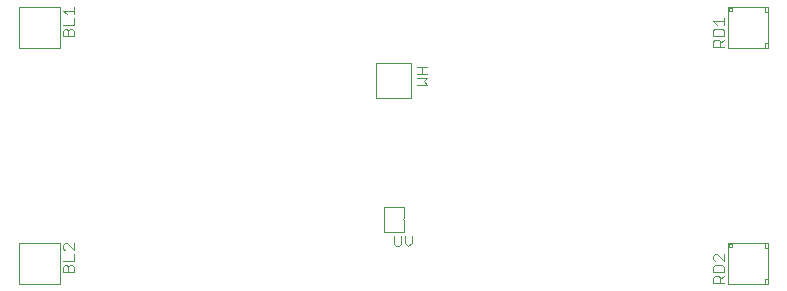
<source format=gbr>
G04 EAGLE Gerber RS-274X export*
G75*
%MOMM*%
%FSLAX34Y34*%
%LPD*%
%INSilkscreen Top*%
%IPPOS*%
%AMOC8*
5,1,8,0,0,1.08239X$1,22.5*%
G01*
%ADD10C,0.050000*%
%ADD11C,0.101600*%


D10*
X408600Y148100D02*
X408600Y138600D01*
X407500Y137500D01*
X408600Y136400D01*
X408600Y126900D01*
X391400Y126900D01*
X391400Y148100D01*
X408600Y148100D01*
D11*
X400092Y123500D02*
X400092Y116007D01*
X401591Y114508D01*
X404588Y114508D01*
X406087Y116007D01*
X406087Y123500D01*
X409300Y123500D02*
X409300Y117505D01*
X412297Y114508D01*
X415295Y117505D01*
X415295Y123500D01*
D10*
X117250Y282750D02*
X117250Y317250D01*
X117250Y282750D02*
X82750Y282750D01*
X82750Y317250D01*
X117250Y317250D01*
D11*
X120100Y292634D02*
X129092Y292634D01*
X120100Y292634D02*
X120100Y297130D01*
X121599Y298629D01*
X123098Y298629D01*
X124596Y297130D01*
X126095Y298629D01*
X127593Y298629D01*
X129092Y297130D01*
X129092Y292634D01*
X124596Y292634D02*
X124596Y297130D01*
X120100Y301842D02*
X129092Y301842D01*
X129092Y307837D01*
X123098Y311050D02*
X120100Y314047D01*
X129092Y314047D01*
X129092Y311050D02*
X129092Y317045D01*
D10*
X117250Y117250D02*
X117250Y82750D01*
X82750Y82750D01*
X82750Y117250D01*
X117250Y117250D01*
D11*
X120100Y92634D02*
X129092Y92634D01*
X120100Y92634D02*
X120100Y97130D01*
X121599Y98629D01*
X123098Y98629D01*
X124596Y97130D01*
X126095Y98629D01*
X127593Y98629D01*
X129092Y97130D01*
X129092Y92634D01*
X124596Y92634D02*
X124596Y97130D01*
X120100Y101842D02*
X129092Y101842D01*
X129092Y107837D01*
X129092Y111050D02*
X129092Y117045D01*
X123098Y117045D02*
X129092Y111050D01*
X123098Y117045D02*
X121599Y117045D01*
X120100Y115546D01*
X120100Y112549D01*
X121599Y111050D01*
D10*
X682750Y317250D02*
X717250Y317250D01*
X717250Y282750D01*
X682750Y282750D01*
X682750Y317250D01*
X684000Y316000D02*
X686000Y316000D01*
X686000Y314000D01*
X684000Y314000D01*
X684000Y316000D01*
X714000Y317000D02*
X714000Y313000D01*
X717000Y313000D01*
X714000Y287000D02*
X714000Y283000D01*
X714000Y287000D02*
X717000Y287000D01*
D11*
X679492Y283508D02*
X670500Y283508D01*
X670500Y288004D01*
X671999Y289502D01*
X674996Y289502D01*
X676495Y288004D01*
X676495Y283508D01*
X676495Y286505D02*
X679492Y289502D01*
X679492Y292716D02*
X670500Y292716D01*
X679492Y292716D02*
X679492Y297212D01*
X677993Y298710D01*
X671999Y298710D01*
X670500Y297212D01*
X670500Y292716D01*
X673498Y301924D02*
X670500Y304921D01*
X679492Y304921D01*
X679492Y301924D02*
X679492Y307918D01*
D10*
X682750Y117250D02*
X717250Y117250D01*
X717250Y82750D01*
X682750Y82750D01*
X682750Y117250D01*
X684000Y116000D02*
X686000Y116000D01*
X686000Y114000D01*
X684000Y114000D01*
X684000Y116000D01*
X714000Y117000D02*
X714000Y113000D01*
X717000Y113000D01*
X714000Y87000D02*
X714000Y83000D01*
X714000Y87000D02*
X717000Y87000D01*
D11*
X679492Y83508D02*
X670500Y83508D01*
X670500Y88004D01*
X671999Y89502D01*
X674996Y89502D01*
X676495Y88004D01*
X676495Y83508D01*
X676495Y86505D02*
X679492Y89502D01*
X679492Y92716D02*
X670500Y92716D01*
X679492Y92716D02*
X679492Y97212D01*
X677993Y98710D01*
X671999Y98710D01*
X670500Y97212D01*
X670500Y92716D01*
X679492Y101924D02*
X679492Y107918D01*
X679492Y101924D02*
X673498Y107918D01*
X671999Y107918D01*
X670500Y106420D01*
X670500Y103422D01*
X671999Y101924D01*
D10*
X415000Y240000D02*
X385000Y240000D01*
X385000Y270000D01*
X415000Y270000D01*
X415000Y240000D01*
D11*
X419500Y251092D02*
X428492Y251092D01*
X425495Y254090D01*
X428492Y257087D01*
X419500Y257087D01*
X419500Y260300D02*
X428492Y260300D01*
X423996Y260300D02*
X423996Y266295D01*
X419500Y266295D02*
X428492Y266295D01*
M02*

</source>
